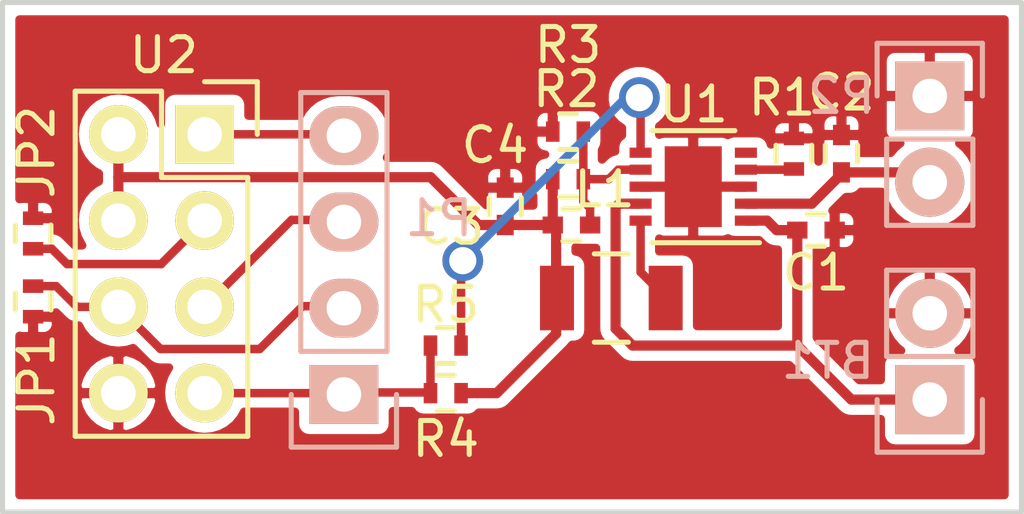
<source format=kicad_pcb>
(kicad_pcb (version 4) (host pcbnew no-vcs-found-MacPorts)

  (general
    (links 37)
    (no_connects 0)
    (area 79.924999 49.924999 110.075001 65.075001)
    (thickness 1.6)
    (drawings 4)
    (tracks 79)
    (zones 0)
    (modules 17)
    (nets 14)
  )

  (page A4)
  (layers
    (0 F.Cu signal)
    (31 B.Cu signal)
    (32 B.Adhes user)
    (33 F.Adhes user)
    (34 B.Paste user)
    (35 F.Paste user)
    (36 B.SilkS user)
    (37 F.SilkS user)
    (38 B.Mask user hide)
    (39 F.Mask user hide)
    (40 Dwgs.User user)
    (41 Cmts.User user)
    (42 Eco1.User user)
    (43 Eco2.User user)
    (44 Edge.Cuts user)
    (45 Margin user)
    (46 B.CrtYd user)
    (47 F.CrtYd user)
    (48 B.Fab user)
    (49 F.Fab user hide)
  )

  (setup
    (last_trace_width 0.25)
    (trace_clearance 0.2)
    (zone_clearance 0.3)
    (zone_45_only yes)
    (trace_min 0.2)
    (segment_width 0.2)
    (edge_width 0.15)
    (via_size 1.2)
    (via_drill 0.8)
    (via_min_size 0.4)
    (via_min_drill 0.3)
    (uvia_size 0.3)
    (uvia_drill 0.1)
    (uvias_allowed no)
    (uvia_min_size 0.2)
    (uvia_min_drill 0.1)
    (pcb_text_width 0.3)
    (pcb_text_size 1.5 1.5)
    (mod_edge_width 0.15)
    (mod_text_size 1 1)
    (mod_text_width 0.15)
    (pad_size 1.524 1.524)
    (pad_drill 0.762)
    (pad_to_mask_clearance 0.2)
    (aux_axis_origin 0 0)
    (visible_elements FFFFFF7F)
    (pcbplotparams
      (layerselection 0x00030_80000001)
      (usegerberextensions false)
      (excludeedgelayer true)
      (linewidth 0.100000)
      (plotframeref false)
      (viasonmask false)
      (mode 1)
      (useauxorigin false)
      (hpglpennumber 1)
      (hpglpenspeed 20)
      (hpglpendiameter 15)
      (hpglpenoverlay 2)
      (psnegative false)
      (psa4output false)
      (plotreference true)
      (plotvalue true)
      (plotinvisibletext false)
      (padsonsilk false)
      (subtractmaskfromsilk false)
      (outputformat 1)
      (mirror false)
      (drillshape 1)
      (scaleselection 1)
      (outputdirectory ""))
  )

  (net 0 "")
  (net 1 GND)
  (net 2 +3V3)
  (net 3 /ESP_TX)
  (net 4 /ESP_RX)
  (net 5 +BATT)
  (net 6 +5V)
  (net 7 "Net-(L1-Pad2)")
  (net 8 "Net-(R1-Pad1)")
  (net 9 "Net-(C3-Pad2)")
  (net 10 /~CHRG)
  (net 11 "Net-(R5-Pad2)")
  (net 12 "Net-(JP1-Pad1)")
  (net 13 "Net-(JP2-Pad1)")

  (net_class Default "This is the default net class."
    (clearance 0.2)
    (trace_width 0.25)
    (via_dia 1.2)
    (via_drill 0.8)
    (uvia_dia 0.3)
    (uvia_drill 0.1)
    (add_net /ESP_RX)
    (add_net /ESP_TX)
    (add_net /~CHRG)
    (add_net "Net-(C3-Pad2)")
    (add_net "Net-(JP1-Pad1)")
    (add_net "Net-(JP2-Pad1)")
    (add_net "Net-(L1-Pad2)")
    (add_net "Net-(R1-Pad1)")
    (add_net "Net-(R5-Pad2)")
  )

  (net_class Power ""
    (clearance 0.2)
    (trace_width 0.3)
    (via_dia 1.2)
    (via_drill 0.8)
    (uvia_dia 0.3)
    (uvia_drill 0.1)
    (add_net +3V3)
    (add_net +5V)
    (add_net +BATT)
    (add_net GND)
  )

  (module Pin_Headers:Pin_Header_Straight_1x02 (layer B.Cu) (tedit 54EA090C) (tstamp 56409934)
    (at 107.3 52.75 180)
    (descr "Through hole pin header")
    (tags "pin header")
    (path /563DE066)
    (fp_text reference P2 (at 2.6 0 180) (layer B.SilkS)
      (effects (font (size 1 1) (thickness 0.15)) (justify mirror))
    )
    (fp_text value PWR (at 3.35 1.4 180) (layer B.Fab)
      (effects (font (size 1 1) (thickness 0.15)) (justify mirror))
    )
    (fp_line (start 1.27 -1.27) (end 1.27 -3.81) (layer B.SilkS) (width 0.15))
    (fp_line (start 1.55 1.55) (end 1.55 0) (layer B.SilkS) (width 0.15))
    (fp_line (start -1.75 1.75) (end -1.75 -4.3) (layer B.CrtYd) (width 0.05))
    (fp_line (start 1.75 1.75) (end 1.75 -4.3) (layer B.CrtYd) (width 0.05))
    (fp_line (start -1.75 1.75) (end 1.75 1.75) (layer B.CrtYd) (width 0.05))
    (fp_line (start -1.75 -4.3) (end 1.75 -4.3) (layer B.CrtYd) (width 0.05))
    (fp_line (start 1.27 -1.27) (end -1.27 -1.27) (layer B.SilkS) (width 0.15))
    (fp_line (start -1.55 0) (end -1.55 1.55) (layer B.SilkS) (width 0.15))
    (fp_line (start -1.55 1.55) (end 1.55 1.55) (layer B.SilkS) (width 0.15))
    (fp_line (start -1.27 -1.27) (end -1.27 -3.81) (layer B.SilkS) (width 0.15))
    (fp_line (start -1.27 -3.81) (end 1.27 -3.81) (layer B.SilkS) (width 0.15))
    (pad 1 thru_hole rect (at 0 0 180) (size 2.032 2.032) (drill 1.016) (layers *.Cu *.Mask B.SilkS)
      (net 1 GND))
    (pad 2 thru_hole oval (at 0 -2.54 180) (size 2.032 2.032) (drill 1.016) (layers *.Cu *.Mask B.SilkS)
      (net 6 +5V))
    (model Pin_Headers.3dshapes/Pin_Header_Straight_1x02.wrl
      (at (xyz 0 -0.05 0))
      (scale (xyz 1 1 1))
      (rotate (xyz 0 0 90))
    )
  )

  (module Pin_Headers:Pin_Header_Straight_1x02 (layer B.Cu) (tedit 54EA090C) (tstamp 563DE74B)
    (at 107.3 61.69)
    (descr "Through hole pin header")
    (tags "pin header")
    (path /56005FCE)
    (fp_text reference BT1 (at -3 -1.14) (layer B.SilkS)
      (effects (font (size 1 1) (thickness 0.15)) (justify mirror))
    )
    (fp_text value Battery (at -4.3 0.26) (layer B.Fab)
      (effects (font (size 1 1) (thickness 0.15)) (justify mirror))
    )
    (fp_line (start 1.27 -1.27) (end 1.27 -3.81) (layer B.SilkS) (width 0.15))
    (fp_line (start 1.55 1.55) (end 1.55 0) (layer B.SilkS) (width 0.15))
    (fp_line (start -1.75 1.75) (end -1.75 -4.3) (layer B.CrtYd) (width 0.05))
    (fp_line (start 1.75 1.75) (end 1.75 -4.3) (layer B.CrtYd) (width 0.05))
    (fp_line (start -1.75 1.75) (end 1.75 1.75) (layer B.CrtYd) (width 0.05))
    (fp_line (start -1.75 -4.3) (end 1.75 -4.3) (layer B.CrtYd) (width 0.05))
    (fp_line (start 1.27 -1.27) (end -1.27 -1.27) (layer B.SilkS) (width 0.15))
    (fp_line (start -1.55 0) (end -1.55 1.55) (layer B.SilkS) (width 0.15))
    (fp_line (start -1.55 1.55) (end 1.55 1.55) (layer B.SilkS) (width 0.15))
    (fp_line (start -1.27 -1.27) (end -1.27 -3.81) (layer B.SilkS) (width 0.15))
    (fp_line (start -1.27 -3.81) (end 1.27 -3.81) (layer B.SilkS) (width 0.15))
    (pad 1 thru_hole rect (at 0 0) (size 2.032 2.032) (drill 1.016) (layers *.Cu *.Mask B.SilkS)
      (net 5 +BATT))
    (pad 2 thru_hole oval (at 0 -2.54) (size 2.032 2.032) (drill 1.016) (layers *.Cu *.Mask B.SilkS)
      (net 1 GND))
    (model Pin_Headers.3dshapes/Pin_Header_Straight_1x02.wrl
      (at (xyz 0 -0.05 0))
      (scale (xyz 1 1 1))
      (rotate (xyz 0 0 90))
    )
  )

  (module Socket_Strips:Socket_Strip_Straight_2x04 (layer F.Cu) (tedit 0) (tstamp 56409939)
    (at 85.95 53.88 270)
    (descr "Through hole socket strip")
    (tags "socket strip")
    (path /5600A046)
    (fp_text reference U2 (at -2.33 1.2 360) (layer F.SilkS)
      (effects (font (size 1 1) (thickness 0.15)))
    )
    (fp_text value ESP8266 (at 10.12 1.15 360) (layer F.Fab)
      (effects (font (size 1 1) (thickness 0.15)))
    )
    (fp_line (start -1.75 -1.75) (end -1.75 4.3) (layer F.CrtYd) (width 0.05))
    (fp_line (start 9.4 -1.75) (end 9.4 4.3) (layer F.CrtYd) (width 0.05))
    (fp_line (start -1.75 -1.75) (end 9.4 -1.75) (layer F.CrtYd) (width 0.05))
    (fp_line (start -1.75 4.3) (end 9.4 4.3) (layer F.CrtYd) (width 0.05))
    (fp_line (start 1.27 -1.27) (end 8.89 -1.27) (layer F.SilkS) (width 0.15))
    (fp_line (start 8.89 -1.27) (end 8.89 3.81) (layer F.SilkS) (width 0.15))
    (fp_line (start 8.89 3.81) (end -1.27 3.81) (layer F.SilkS) (width 0.15))
    (fp_line (start -1.27 3.81) (end -1.27 1.27) (layer F.SilkS) (width 0.15))
    (fp_line (start 0 -1.55) (end -1.55 -1.55) (layer F.SilkS) (width 0.15))
    (fp_line (start -1.27 1.27) (end 1.27 1.27) (layer F.SilkS) (width 0.15))
    (fp_line (start 1.27 1.27) (end 1.27 -1.27) (layer F.SilkS) (width 0.15))
    (fp_line (start -1.55 -1.55) (end -1.55 0) (layer F.SilkS) (width 0.15))
    (pad 1 thru_hole rect (at 0 0 270) (size 1.7272 1.7272) (drill 1.016) (layers *.Cu *.Mask F.SilkS)
      (net 3 /ESP_TX))
    (pad 2 thru_hole oval (at 0 2.54 270) (size 1.7272 1.7272) (drill 1.016) (layers *.Cu *.Mask F.SilkS)
      (net 2 +3V3))
    (pad 3 thru_hole oval (at 2.54 0 270) (size 1.7272 1.7272) (drill 1.016) (layers *.Cu *.Mask F.SilkS)
      (net 13 "Net-(JP2-Pad1)"))
    (pad 4 thru_hole oval (at 2.54 2.54 270) (size 1.7272 1.7272) (drill 1.016) (layers *.Cu *.Mask F.SilkS)
      (net 2 +3V3))
    (pad 5 thru_hole oval (at 5.08 0 270) (size 1.7272 1.7272) (drill 1.016) (layers *.Cu *.Mask F.SilkS)
      (net 4 /ESP_RX))
    (pad 6 thru_hole oval (at 5.08 2.54 270) (size 1.7272 1.7272) (drill 1.016) (layers *.Cu *.Mask F.SilkS)
      (net 12 "Net-(JP1-Pad1)"))
    (pad 7 thru_hole oval (at 7.62 0 270) (size 1.7272 1.7272) (drill 1.016) (layers *.Cu *.Mask F.SilkS)
      (net 10 /~CHRG))
    (pad 8 thru_hole oval (at 7.62 2.54 270) (size 1.7272 1.7272) (drill 1.016) (layers *.Cu *.Mask F.SilkS)
      (net 1 GND))
    (model Socket_Strips.3dshapes/Socket_Strip_Straight_2x04.wrl
      (at (xyz 0.15 -0.05 0))
      (scale (xyz 1 1 1))
      (rotate (xyz 0 0 180))
    )
  )

  (module Housings_DFN_QFN:DFN-10-1EP_3x3mm_Pitch0.5mm (layer F.Cu) (tedit 563E1195) (tstamp 563DBFED)
    (at 100.33608 55.4216 180)
    (descr "10-Lead Plastic Dual Flat, No Lead Package (MF) - 3x3x0.9 mm Body [DFN] (see Microchip Packaging Specification 00000049BS.pdf)")
    (tags "DFN 0.5")
    (path /56006EC9)
    (attr smd)
    (fp_text reference U1 (at -0.01392 2.4216 180) (layer F.SilkS)
      (effects (font (size 1 1) (thickness 0.15)))
    )
    (fp_text value LTC4080 (at 0.98608 4.0216 180) (layer F.Fab)
      (effects (font (size 1 1) (thickness 0.15)))
    )
    (fp_line (start -2.15 -1.85) (end -2.15 1.85) (layer F.CrtYd) (width 0.05))
    (fp_line (start 2.15 -1.85) (end 2.15 1.85) (layer F.CrtYd) (width 0.05))
    (fp_line (start -2.15 -1.85) (end 2.15 -1.85) (layer F.CrtYd) (width 0.05))
    (fp_line (start -2.15 1.85) (end 2.15 1.85) (layer F.CrtYd) (width 0.05))
    (fp_line (start -1.225 1.65) (end 1.225 1.65) (layer F.SilkS) (width 0.15))
    (fp_line (start -1.95 -1.65) (end 1.225 -1.65) (layer F.SilkS) (width 0.15))
    (pad 1 smd rect (at -1.55 -1 180) (size 0.65 0.3) (layers F.Cu F.Paste F.Mask)
      (net 5 +BATT))
    (pad 2 smd rect (at -1.55 -0.5 180) (size 0.65 0.3) (layers F.Cu F.Paste F.Mask)
      (net 6 +5V))
    (pad 3 smd rect (at -1.55 0 180) (size 0.65 0.3) (layers F.Cu F.Paste F.Mask)
      (net 1 GND))
    (pad 4 smd rect (at -1.55 0.5 180) (size 0.65 0.3) (layers F.Cu F.Paste F.Mask)
      (net 8 "Net-(R1-Pad1)"))
    (pad 5 smd rect (at -1.55 1 180) (size 0.65 0.3) (layers F.Cu F.Paste F.Mask))
    (pad 6 smd rect (at 1.55 1 180) (size 0.65 0.3) (layers F.Cu F.Paste F.Mask)
      (net 11 "Net-(R5-Pad2)"))
    (pad 7 smd rect (at 1.55 0.5 180) (size 0.65 0.3) (layers F.Cu F.Paste F.Mask)
      (net 9 "Net-(C3-Pad2)"))
    (pad 8 smd rect (at 1.55 0 180) (size 0.65 0.3) (layers F.Cu F.Paste F.Mask)
      (net 1 GND))
    (pad 9 smd rect (at 1.55 -0.5 180) (size 0.65 0.3) (layers F.Cu F.Paste F.Mask)
      (net 5 +BATT))
    (pad 10 smd rect (at 1.55 -1 180) (size 0.65 0.3) (layers F.Cu F.Paste F.Mask)
      (net 7 "Net-(L1-Pad2)"))
    (pad 11 smd rect (at 0 0 180) (size 1.68 2.38) (layers F.Cu F.Paste F.Mask)
      (net 1 GND) (solder_paste_margin_ratio -0.2))
    (model Housings_DFN_QFN.3dshapes/DFN-10-1EP_3x3mm_Pitch0.5mm.wrl
      (at (xyz 0 0 0))
      (scale (xyz 1 1 1))
      (rotate (xyz 0 0 0))
    )
  )

  (module Pin_Headers:Pin_Header_Straight_1x04 (layer B.Cu) (tedit 0) (tstamp 563DBEFE)
    (at 90.05 61.54)
    (descr "Through hole pin header")
    (tags "pin header")
    (path /5600A7AD)
    (fp_text reference P1 (at 2.8 -5.19) (layer B.SilkS)
      (effects (font (size 1 1) (thickness 0.15)) (justify mirror))
    )
    (fp_text value IO (at 2.75 -2.49) (layer B.Fab)
      (effects (font (size 1 1) (thickness 0.15)) (justify mirror))
    )
    (fp_line (start -1.75 1.75) (end -1.75 -9.4) (layer B.CrtYd) (width 0.05))
    (fp_line (start 1.75 1.75) (end 1.75 -9.4) (layer B.CrtYd) (width 0.05))
    (fp_line (start -1.75 1.75) (end 1.75 1.75) (layer B.CrtYd) (width 0.05))
    (fp_line (start -1.75 -9.4) (end 1.75 -9.4) (layer B.CrtYd) (width 0.05))
    (fp_line (start -1.27 -1.27) (end -1.27 -8.89) (layer B.SilkS) (width 0.15))
    (fp_line (start 1.27 -1.27) (end 1.27 -8.89) (layer B.SilkS) (width 0.15))
    (fp_line (start 1.55 1.55) (end 1.55 0) (layer B.SilkS) (width 0.15))
    (fp_line (start -1.27 -8.89) (end 1.27 -8.89) (layer B.SilkS) (width 0.15))
    (fp_line (start 1.27 -1.27) (end -1.27 -1.27) (layer B.SilkS) (width 0.15))
    (fp_line (start -1.55 0) (end -1.55 1.55) (layer B.SilkS) (width 0.15))
    (fp_line (start -1.55 1.55) (end 1.55 1.55) (layer B.SilkS) (width 0.15))
    (pad 1 thru_hole rect (at 0 0) (size 2.032 1.7272) (drill 1.016) (layers *.Cu *.Mask B.SilkS)
      (net 10 /~CHRG))
    (pad 2 thru_hole oval (at 0 -2.54) (size 2.032 1.7272) (drill 1.016) (layers *.Cu *.Mask B.SilkS)
      (net 12 "Net-(JP1-Pad1)"))
    (pad 3 thru_hole oval (at 0 -5.08) (size 2.032 1.7272) (drill 1.016) (layers *.Cu *.Mask B.SilkS)
      (net 4 /ESP_RX))
    (pad 4 thru_hole oval (at 0 -7.62) (size 2.032 1.7272) (drill 1.016) (layers *.Cu *.Mask B.SilkS)
      (net 3 /ESP_TX))
    (model Pin_Headers.3dshapes/Pin_Header_Straight_1x04.wrl
      (at (xyz 0 -0.15 0))
      (scale (xyz 1 1 1))
      (rotate (xyz 0 0 90))
    )
  )

  (module Resistors_SMD:R_0402 (layer F.Cu) (tedit 5415CBB8) (tstamp 563DBFDB)
    (at 93.05 61.5)
    (descr "Resistor SMD 0402, reflow soldering, Vishay (see dcrcw.pdf)")
    (tags "resistor 0402")
    (path /563DC785)
    (attr smd)
    (fp_text reference R4 (at 0 1.35) (layer F.SilkS)
      (effects (font (size 1 1) (thickness 0.15)))
    )
    (fp_text value 100k (at -0.05 2.6) (layer F.Fab)
      (effects (font (size 1 1) (thickness 0.15)))
    )
    (fp_line (start -0.95 -0.65) (end 0.95 -0.65) (layer F.CrtYd) (width 0.05))
    (fp_line (start -0.95 0.65) (end 0.95 0.65) (layer F.CrtYd) (width 0.05))
    (fp_line (start -0.95 -0.65) (end -0.95 0.65) (layer F.CrtYd) (width 0.05))
    (fp_line (start 0.95 -0.65) (end 0.95 0.65) (layer F.CrtYd) (width 0.05))
    (fp_line (start 0.25 -0.525) (end -0.25 -0.525) (layer F.SilkS) (width 0.15))
    (fp_line (start -0.25 0.525) (end 0.25 0.525) (layer F.SilkS) (width 0.15))
    (pad 1 smd rect (at -0.45 0) (size 0.4 0.6) (layers F.Cu F.Paste F.Mask)
      (net 10 /~CHRG))
    (pad 2 smd rect (at 0.45 0) (size 0.4 0.6) (layers F.Cu F.Paste F.Mask)
      (net 2 +3V3))
    (model Resistors_SMD.3dshapes/R_0402.wrl
      (at (xyz 0 0 0))
      (scale (xyz 1 1 1))
      (rotate (xyz 0 0 0))
    )
  )

  (module Capacitors_SMD:C_0402 (layer F.Cu) (tedit 5415D599) (tstamp 563DBEF6)
    (at 94.8 56 90)
    (descr "Capacitor SMD 0402, reflow soldering, AVX (see smccp.pdf)")
    (tags "capacitor 0402")
    (path /5600631B)
    (attr smd)
    (fp_text reference C4 (at 1.8 -0.3 180) (layer F.SilkS)
      (effects (font (size 1 1) (thickness 0.15)))
    )
    (fp_text value 4.7u (at 2.05 -1.55 180) (layer F.Fab)
      (effects (font (size 1 1) (thickness 0.15)))
    )
    (fp_line (start -1.15 -0.6) (end 1.15 -0.6) (layer F.CrtYd) (width 0.05))
    (fp_line (start -1.15 0.6) (end 1.15 0.6) (layer F.CrtYd) (width 0.05))
    (fp_line (start -1.15 -0.6) (end -1.15 0.6) (layer F.CrtYd) (width 0.05))
    (fp_line (start 1.15 -0.6) (end 1.15 0.6) (layer F.CrtYd) (width 0.05))
    (fp_line (start 0.25 -0.475) (end -0.25 -0.475) (layer F.SilkS) (width 0.15))
    (fp_line (start -0.25 0.475) (end 0.25 0.475) (layer F.SilkS) (width 0.15))
    (pad 1 smd rect (at -0.55 0 90) (size 0.6 0.5) (layers F.Cu F.Paste F.Mask)
      (net 2 +3V3))
    (pad 2 smd rect (at 0.55 0 90) (size 0.6 0.5) (layers F.Cu F.Paste F.Mask)
      (net 1 GND))
    (model Capacitors_SMD.3dshapes/C_0402.wrl
      (at (xyz 0 0 0))
      (scale (xyz 1 1 1))
      (rotate (xyz 0 0 0))
    )
  )

  (module Capacitors_SMD:C_0402 (layer F.Cu) (tedit 5415D599) (tstamp 563DBEE4)
    (at 103.95 56.7)
    (descr "Capacitor SMD 0402, reflow soldering, AVX (see smccp.pdf)")
    (tags "capacitor 0402")
    (path /560060D3)
    (attr smd)
    (fp_text reference C1 (at 0 1.25) (layer F.SilkS)
      (effects (font (size 1 1) (thickness 0.15)))
    )
    (fp_text value 4.7u (at 0 1.55) (layer F.Fab)
      (effects (font (size 1 1) (thickness 0.15)))
    )
    (fp_line (start -1.15 -0.6) (end 1.15 -0.6) (layer F.CrtYd) (width 0.05))
    (fp_line (start -1.15 0.6) (end 1.15 0.6) (layer F.CrtYd) (width 0.05))
    (fp_line (start -1.15 -0.6) (end -1.15 0.6) (layer F.CrtYd) (width 0.05))
    (fp_line (start 1.15 -0.6) (end 1.15 0.6) (layer F.CrtYd) (width 0.05))
    (fp_line (start 0.25 -0.475) (end -0.25 -0.475) (layer F.SilkS) (width 0.15))
    (fp_line (start -0.25 0.475) (end 0.25 0.475) (layer F.SilkS) (width 0.15))
    (pad 1 smd rect (at -0.55 0) (size 0.6 0.5) (layers F.Cu F.Paste F.Mask)
      (net 5 +BATT))
    (pad 2 smd rect (at 0.55 0) (size 0.6 0.5) (layers F.Cu F.Paste F.Mask)
      (net 1 GND))
    (model Capacitors_SMD.3dshapes/C_0402.wrl
      (at (xyz 0 0 0))
      (scale (xyz 1 1 1))
      (rotate (xyz 0 0 0))
    )
  )

  (module Capacitors_SMD:C_0402 (layer F.Cu) (tedit 5415D599) (tstamp 563DBEEA)
    (at 104.7 54.45 90)
    (descr "Capacitor SMD 0402, reflow soldering, AVX (see smccp.pdf)")
    (tags "capacitor 0402")
    (path /5600660E)
    (attr smd)
    (fp_text reference C2 (at 1.8 0 180) (layer F.SilkS)
      (effects (font (size 1 1) (thickness 0.15)))
    )
    (fp_text value 4.7uF (at 4.5 0.05 90) (layer F.Fab)
      (effects (font (size 1 1) (thickness 0.15)))
    )
    (fp_line (start -1.15 -0.6) (end 1.15 -0.6) (layer F.CrtYd) (width 0.05))
    (fp_line (start -1.15 0.6) (end 1.15 0.6) (layer F.CrtYd) (width 0.05))
    (fp_line (start -1.15 -0.6) (end -1.15 0.6) (layer F.CrtYd) (width 0.05))
    (fp_line (start 1.15 -0.6) (end 1.15 0.6) (layer F.CrtYd) (width 0.05))
    (fp_line (start 0.25 -0.475) (end -0.25 -0.475) (layer F.SilkS) (width 0.15))
    (fp_line (start -0.25 0.475) (end 0.25 0.475) (layer F.SilkS) (width 0.15))
    (pad 1 smd rect (at -0.55 0 90) (size 0.6 0.5) (layers F.Cu F.Paste F.Mask)
      (net 6 +5V))
    (pad 2 smd rect (at 0.55 0 90) (size 0.6 0.5) (layers F.Cu F.Paste F.Mask)
      (net 1 GND))
    (model Capacitors_SMD.3dshapes/C_0402.wrl
      (at (xyz 0 0 0))
      (scale (xyz 1 1 1))
      (rotate (xyz 0 0 0))
    )
  )

  (module Capacitors_SMD:C_0402 (layer F.Cu) (tedit 5415D599) (tstamp 563DBEF0)
    (at 96.75 56.55)
    (descr "Capacitor SMD 0402, reflow soldering, AVX (see smccp.pdf)")
    (tags "capacitor 0402")
    (path /56006281)
    (attr smd)
    (fp_text reference C3 (at -3.55 0.05) (layer F.SilkS)
      (effects (font (size 1 1) (thickness 0.15)))
    )
    (fp_text value 10p (at 0 1.3) (layer F.Fab)
      (effects (font (size 1 1) (thickness 0.15)))
    )
    (fp_line (start -1.15 -0.6) (end 1.15 -0.6) (layer F.CrtYd) (width 0.05))
    (fp_line (start -1.15 0.6) (end 1.15 0.6) (layer F.CrtYd) (width 0.05))
    (fp_line (start -1.15 -0.6) (end -1.15 0.6) (layer F.CrtYd) (width 0.05))
    (fp_line (start 1.15 -0.6) (end 1.15 0.6) (layer F.CrtYd) (width 0.05))
    (fp_line (start 0.25 -0.475) (end -0.25 -0.475) (layer F.SilkS) (width 0.15))
    (fp_line (start -0.25 0.475) (end 0.25 0.475) (layer F.SilkS) (width 0.15))
    (pad 1 smd rect (at -0.55 0) (size 0.6 0.5) (layers F.Cu F.Paste F.Mask)
      (net 2 +3V3))
    (pad 2 smd rect (at 0.55 0) (size 0.6 0.5) (layers F.Cu F.Paste F.Mask)
      (net 9 "Net-(C3-Pad2)"))
    (model Capacitors_SMD.3dshapes/C_0402.wrl
      (at (xyz 0 0 0))
      (scale (xyz 1 1 1))
      (rotate (xyz 0 0 0))
    )
  )

  (module Resistors_SMD:R_0402 (layer F.Cu) (tedit 5415CBB8) (tstamp 563DBF04)
    (at 103.3 54.45 90)
    (descr "Resistor SMD 0402, reflow soldering, Vishay (see dcrcw.pdf)")
    (tags "resistor 0402")
    (path /560062F4)
    (attr smd)
    (fp_text reference R1 (at 1.65 -0.35 180) (layer F.SilkS)
      (effects (font (size 1 1) (thickness 0.15)))
    )
    (fp_text value 8k2 (at 2.55 0 90) (layer F.Fab)
      (effects (font (size 1 1) (thickness 0.15)))
    )
    (fp_line (start -0.95 -0.65) (end 0.95 -0.65) (layer F.CrtYd) (width 0.05))
    (fp_line (start -0.95 0.65) (end 0.95 0.65) (layer F.CrtYd) (width 0.05))
    (fp_line (start -0.95 -0.65) (end -0.95 0.65) (layer F.CrtYd) (width 0.05))
    (fp_line (start 0.95 -0.65) (end 0.95 0.65) (layer F.CrtYd) (width 0.05))
    (fp_line (start 0.25 -0.525) (end -0.25 -0.525) (layer F.SilkS) (width 0.15))
    (fp_line (start -0.25 0.525) (end 0.25 0.525) (layer F.SilkS) (width 0.15))
    (pad 1 smd rect (at -0.45 0 90) (size 0.4 0.6) (layers F.Cu F.Paste F.Mask)
      (net 8 "Net-(R1-Pad1)"))
    (pad 2 smd rect (at 0.45 0 90) (size 0.4 0.6) (layers F.Cu F.Paste F.Mask)
      (net 1 GND))
    (model Resistors_SMD.3dshapes/R_0402.wrl
      (at (xyz 0 0 0))
      (scale (xyz 1 1 1))
      (rotate (xyz 0 0 0))
    )
  )

  (module Resistors_SMD:R_0402 (layer F.Cu) (tedit 5415CBB8) (tstamp 563DBF0A)
    (at 96.65 55.2)
    (descr "Resistor SMD 0402, reflow soldering, Vishay (see dcrcw.pdf)")
    (tags "resistor 0402")
    (path /560062A2)
    (attr smd)
    (fp_text reference R2 (at -0.05 -2.65) (layer F.SilkS)
      (effects (font (size 1 1) (thickness 0.15)))
    )
    (fp_text value 680k (at -2.75 -3.95) (layer F.Fab)
      (effects (font (size 1 1) (thickness 0.15)))
    )
    (fp_line (start -0.95 -0.65) (end 0.95 -0.65) (layer F.CrtYd) (width 0.05))
    (fp_line (start -0.95 0.65) (end 0.95 0.65) (layer F.CrtYd) (width 0.05))
    (fp_line (start -0.95 -0.65) (end -0.95 0.65) (layer F.CrtYd) (width 0.05))
    (fp_line (start 0.95 -0.65) (end 0.95 0.65) (layer F.CrtYd) (width 0.05))
    (fp_line (start 0.25 -0.525) (end -0.25 -0.525) (layer F.SilkS) (width 0.15))
    (fp_line (start -0.25 0.525) (end 0.25 0.525) (layer F.SilkS) (width 0.15))
    (pad 1 smd rect (at -0.45 0) (size 0.4 0.6) (layers F.Cu F.Paste F.Mask)
      (net 2 +3V3))
    (pad 2 smd rect (at 0.45 0) (size 0.4 0.6) (layers F.Cu F.Paste F.Mask)
      (net 9 "Net-(C3-Pad2)"))
    (model Resistors_SMD.3dshapes/R_0402.wrl
      (at (xyz 0 0 0))
      (scale (xyz 1 1 1))
      (rotate (xyz 0 0 0))
    )
  )

  (module Resistors_SMD:R_0402 (layer F.Cu) (tedit 5415CBB8) (tstamp 563DBF10)
    (at 96.65 53.8 180)
    (descr "Resistor SMD 0402, reflow soldering, Vishay (see dcrcw.pdf)")
    (tags "resistor 0402")
    (path /560062C8)
    (attr smd)
    (fp_text reference R3 (at 0 2.55 180) (layer F.SilkS)
      (effects (font (size 1 1) (thickness 0.15)))
    )
    (fp_text value 220k (at 2.7 1.3 180) (layer F.Fab)
      (effects (font (size 1 1) (thickness 0.15)))
    )
    (fp_line (start -0.95 -0.65) (end 0.95 -0.65) (layer F.CrtYd) (width 0.05))
    (fp_line (start -0.95 0.65) (end 0.95 0.65) (layer F.CrtYd) (width 0.05))
    (fp_line (start -0.95 -0.65) (end -0.95 0.65) (layer F.CrtYd) (width 0.05))
    (fp_line (start 0.95 -0.65) (end 0.95 0.65) (layer F.CrtYd) (width 0.05))
    (fp_line (start 0.25 -0.525) (end -0.25 -0.525) (layer F.SilkS) (width 0.15))
    (fp_line (start -0.25 0.525) (end 0.25 0.525) (layer F.SilkS) (width 0.15))
    (pad 1 smd rect (at -0.45 0 180) (size 0.4 0.6) (layers F.Cu F.Paste F.Mask)
      (net 9 "Net-(C3-Pad2)"))
    (pad 2 smd rect (at 0.45 0 180) (size 0.4 0.6) (layers F.Cu F.Paste F.Mask)
      (net 1 GND))
    (model Resistors_SMD.3dshapes/R_0402.wrl
      (at (xyz 0 0 0))
      (scale (xyz 1 1 1))
      (rotate (xyz 0 0 0))
    )
  )

  (module Resistors_SMD:R_0402 (layer F.Cu) (tedit 5415CBB8) (tstamp 563DD60B)
    (at 93.05 60.1)
    (descr "Resistor SMD 0402, reflow soldering, Vishay (see dcrcw.pdf)")
    (tags "resistor 0402")
    (path /563DD6B8)
    (attr smd)
    (fp_text reference R5 (at 0 -1.2 180) (layer F.SilkS)
      (effects (font (size 1 1) (thickness 0.15)))
    )
    (fp_text value 0 (at -0.65 -2.4) (layer F.Fab)
      (effects (font (size 1 1) (thickness 0.15)))
    )
    (fp_line (start -0.95 -0.65) (end 0.95 -0.65) (layer F.CrtYd) (width 0.05))
    (fp_line (start -0.95 0.65) (end 0.95 0.65) (layer F.CrtYd) (width 0.05))
    (fp_line (start -0.95 -0.65) (end -0.95 0.65) (layer F.CrtYd) (width 0.05))
    (fp_line (start 0.95 -0.65) (end 0.95 0.65) (layer F.CrtYd) (width 0.05))
    (fp_line (start 0.25 -0.525) (end -0.25 -0.525) (layer F.SilkS) (width 0.15))
    (fp_line (start -0.25 0.525) (end 0.25 0.525) (layer F.SilkS) (width 0.15))
    (pad 1 smd rect (at -0.45 0) (size 0.4 0.6) (layers F.Cu F.Paste F.Mask)
      (net 10 /~CHRG))
    (pad 2 smd rect (at 0.45 0) (size 0.4 0.6) (layers F.Cu F.Paste F.Mask)
      (net 11 "Net-(R5-Pad2)"))
    (model Resistors_SMD.3dshapes/R_0402.wrl
      (at (xyz 0 0 0))
      (scale (xyz 1 1 1))
      (rotate (xyz 0 0 0))
    )
  )

  (module Resistors_SMD:R_0402 (layer F.Cu) (tedit 5415CBB8) (tstamp 563DD6F5)
    (at 80.9 58.8 270)
    (descr "Resistor SMD 0402, reflow soldering, Vishay (see dcrcw.pdf)")
    (tags "resistor 0402")
    (path /56009597)
    (attr smd)
    (fp_text reference JP1 (at 2.3 -0.1 270) (layer F.SilkS)
      (effects (font (size 1 1) (thickness 0.15)))
    )
    (fp_text value JUMPER (at 2.15 1.7 270) (layer F.Fab)
      (effects (font (size 1 1) (thickness 0.15)))
    )
    (fp_line (start -0.95 -0.65) (end 0.95 -0.65) (layer F.CrtYd) (width 0.05))
    (fp_line (start -0.95 0.65) (end 0.95 0.65) (layer F.CrtYd) (width 0.05))
    (fp_line (start -0.95 -0.65) (end -0.95 0.65) (layer F.CrtYd) (width 0.05))
    (fp_line (start 0.95 -0.65) (end 0.95 0.65) (layer F.CrtYd) (width 0.05))
    (fp_line (start 0.25 -0.525) (end -0.25 -0.525) (layer F.SilkS) (width 0.15))
    (fp_line (start -0.25 0.525) (end 0.25 0.525) (layer F.SilkS) (width 0.15))
    (pad 1 smd rect (at -0.45 0 270) (size 0.4 0.6) (layers F.Cu F.Paste F.Mask)
      (net 12 "Net-(JP1-Pad1)"))
    (pad 2 smd rect (at 0.45 0 270) (size 0.4 0.6) (layers F.Cu F.Paste F.Mask)
      (net 1 GND))
    (model Resistors_SMD.3dshapes/R_0402.wrl
      (at (xyz 0 0 0))
      (scale (xyz 1 1 1))
      (rotate (xyz 0 0 0))
    )
  )

  (module Resistors_SMD:R_0402 (layer F.Cu) (tedit 5415CBB8) (tstamp 563DD6FA)
    (at 80.9 56.8 90)
    (descr "Resistor SMD 0402, reflow soldering, Vishay (see dcrcw.pdf)")
    (tags "resistor 0402")
    (path /56009437)
    (attr smd)
    (fp_text reference JP2 (at 2.4 0.1 90) (layer F.SilkS)
      (effects (font (size 1 1) (thickness 0.15)))
    )
    (fp_text value JUMPER (at 2.3 -1.65 90) (layer F.Fab)
      (effects (font (size 1 1) (thickness 0.15)))
    )
    (fp_line (start -0.95 -0.65) (end 0.95 -0.65) (layer F.CrtYd) (width 0.05))
    (fp_line (start -0.95 0.65) (end 0.95 0.65) (layer F.CrtYd) (width 0.05))
    (fp_line (start -0.95 -0.65) (end -0.95 0.65) (layer F.CrtYd) (width 0.05))
    (fp_line (start 0.95 -0.65) (end 0.95 0.65) (layer F.CrtYd) (width 0.05))
    (fp_line (start 0.25 -0.525) (end -0.25 -0.525) (layer F.SilkS) (width 0.15))
    (fp_line (start -0.25 0.525) (end 0.25 0.525) (layer F.SilkS) (width 0.15))
    (pad 1 smd rect (at -0.45 0 90) (size 0.4 0.6) (layers F.Cu F.Paste F.Mask)
      (net 13 "Net-(JP2-Pad1)"))
    (pad 2 smd rect (at 0.45 0 90) (size 0.4 0.6) (layers F.Cu F.Paste F.Mask)
      (net 1 GND))
    (model Resistors_SMD.3dshapes/R_0402.wrl
      (at (xyz 0 0 0))
      (scale (xyz 1 1 1))
      (rotate (xyz 0 0 0))
    )
  )

  (module Inductors_NEOSID:Neosid_Inductor_SM-NE30_SMD1210 (layer F.Cu) (tedit 0) (tstamp 5640E8DF)
    (at 97.9244 58.7)
    (descr "Neosid, Inductor, SM-NE30, SMD1210, Festinduktivitaet, SMD,")
    (tags "Neosid, Inductor, SM-NE30, SMD1210, Festinduktivitaet, SMD,")
    (path /560064B0)
    (attr smd)
    (fp_text reference L1 (at -0.20066 -3.2004) (layer F.SilkS)
      (effects (font (size 1 1) (thickness 0.15)))
    )
    (fp_text value INDUCTOR (at 0 3.2004) (layer F.Fab)
      (effects (font (size 1 1) (thickness 0.15)))
    )
    (fp_line (start 0.50038 1.30048) (end -0.50038 1.30048) (layer F.SilkS) (width 0.15))
    (fp_line (start 0.50038 -1.30048) (end -0.50038 -1.30048) (layer F.SilkS) (width 0.15))
    (pad 2 smd rect (at 1.6002 0) (size 1.00076 1.89992) (layers F.Cu F.Paste F.Mask)
      (net 7 "Net-(L1-Pad2)"))
    (pad 1 smd rect (at -1.6002 0) (size 1.00076 1.89992) (layers F.Cu F.Paste F.Mask)
      (net 2 +3V3))
  )

  (gr_line (start 110 50) (end 80 50) (layer Edge.Cuts) (width 0.15))
  (gr_line (start 110 65) (end 110 50) (layer Edge.Cuts) (width 0.15))
  (gr_line (start 80 65) (end 110 65) (layer Edge.Cuts) (width 0.15))
  (gr_line (start 80 50) (end 80 65) (layer Edge.Cuts) (width 0.15))

  (segment (start 101.88608 55.4216) (end 100.33608 55.4216) (width 0.3) (layer F.Cu) (net 1))
  (segment (start 98.78608 55.4216) (end 100.33608 55.4216) (width 0.3) (layer F.Cu) (net 1))
  (segment (start 83.5 61.42) (end 83.83 61.42) (width 0.25) (layer F.Cu) (net 1))
  (segment (start 93.5 61.5) (end 94.55 61.5) (width 0.3) (layer F.Cu) (net 2))
  (segment (start 94.55 61.5) (end 96.2988 59.7512) (width 0.3) (layer F.Cu) (net 2))
  (segment (start 96.2988 59.7512) (end 96.2988 58.7) (width 0.3) (layer F.Cu) (net 2))
  (segment (start 96.2988 58.7) (end 96.2988 56.6488) (width 0.3) (layer F.Cu) (net 2))
  (segment (start 96.2988 56.6488) (end 96.2 56.55) (width 0.3) (layer F.Cu) (net 2))
  (segment (start 94.8 56.55) (end 94.012002 56.55) (width 0.3) (layer F.Cu) (net 2))
  (segment (start 87.045431 55.141771) (end 83.41 55.141771) (width 0.3) (layer F.Cu) (net 2))
  (segment (start 94.012002 56.55) (end 92.603773 55.141771) (width 0.3) (layer F.Cu) (net 2))
  (segment (start 92.603773 55.141771) (end 87.045431 55.141771) (width 0.3) (layer F.Cu) (net 2))
  (segment (start 83.41 56.42) (end 83.41 55.141771) (width 0.3) (layer F.Cu) (net 2))
  (segment (start 83.41 55.141771) (end 83.41 53.88) (width 0.3) (layer F.Cu) (net 2))
  (segment (start 96.2 56.55) (end 96.2 55.2) (width 0.3) (layer F.Cu) (net 2))
  (segment (start 94.8 56.55) (end 96.2 56.55) (width 0.3) (layer F.Cu) (net 2))
  (segment (start 94.79752 56.55248) (end 94.8 56.55) (width 0.3) (layer F.Cu) (net 2))
  (segment (start 85.95 53.88) (end 90.08 53.88) (width 0.25) (layer F.Cu) (net 3))
  (segment (start 90.08 53.88) (end 90.1 53.86) (width 0.25) (layer F.Cu) (net 3))
  (segment (start 90.1 53.86) (end 90.1 53.85) (width 0.25) (layer F.Cu) (net 3))
  (segment (start 90.1 56.4) (end 88.51 56.4) (width 0.25) (layer F.Cu) (net 4))
  (segment (start 88.51 56.4) (end 85.95 58.96) (width 0.25) (layer F.Cu) (net 4))
  (segment (start 103.4 56.7) (end 103.4 60.1) (width 0.3) (layer F.Cu) (net 5))
  (segment (start 103.4 60.1) (end 104.99 61.69) (width 0.3) (layer F.Cu) (net 5))
  (segment (start 104.99 61.69) (end 107.3 61.69) (width 0.3) (layer F.Cu) (net 5))
  (segment (start 98.78608 55.9216) (end 98.16108 55.9216) (width 0.3) (layer F.Cu) (net 5))
  (segment (start 98.16108 55.9216) (end 98.05 56.03268) (width 0.3) (layer F.Cu) (net 5))
  (segment (start 98.05 56.03268) (end 98.05 59.6) (width 0.3) (layer F.Cu) (net 5))
  (segment (start 98.05 59.6) (end 98.55 60.1) (width 0.3) (layer F.Cu) (net 5))
  (segment (start 98.55 60.1) (end 103.4 60.1) (width 0.3) (layer F.Cu) (net 5))
  (segment (start 101.88608 56.4216) (end 102.51108 56.4216) (width 0.3) (layer F.Cu) (net 5))
  (segment (start 102.51108 56.4216) (end 102.78948 56.7) (width 0.3) (layer F.Cu) (net 5))
  (segment (start 102.78948 56.7) (end 103.4 56.7) (width 0.3) (layer F.Cu) (net 5))
  (segment (start 104.7 55) (end 107 55) (width 0.3) (layer F.Cu) (net 6))
  (segment (start 107 55) (end 107.29 55.29) (width 0.3) (layer F.Cu) (net 6))
  (segment (start 107.29 55.29) (end 107.3 55.29) (width 0.3) (layer F.Cu) (net 6))
  (segment (start 101.88608 55.9216) (end 103.8284 55.9216) (width 0.3) (layer F.Cu) (net 6))
  (segment (start 103.8284 55.9216) (end 104.7 55.05) (width 0.3) (layer F.Cu) (net 6))
  (segment (start 104.7 55.05) (end 104.7 55) (width 0.3) (layer F.Cu) (net 6))
  (segment (start 98.78608 56.4216) (end 98.78608 57.93608) (width 0.25) (layer F.Cu) (net 7))
  (segment (start 98.78608 57.93608) (end 99.55 58.7) (width 0.25) (layer F.Cu) (net 7))
  (segment (start 98.8 56.43552) (end 98.78608 56.4216) (width 0.25) (layer F.Cu) (net 7))
  (segment (start 101.88608 54.9216) (end 103.2784 54.9216) (width 0.25) (layer F.Cu) (net 8))
  (segment (start 103.2784 54.9216) (end 103.3 54.9) (width 0.25) (layer F.Cu) (net 8))
  (segment (start 97.3 56.55) (end 97.3 56.05) (width 0.25) (layer F.Cu) (net 9))
  (segment (start 97.1 55.85) (end 97.1 55.2) (width 0.25) (layer F.Cu) (net 9))
  (segment (start 97.3 56.05) (end 97.1 55.85) (width 0.25) (layer F.Cu) (net 9))
  (segment (start 98.1284 54.9216) (end 97.85 55.2) (width 0.25) (layer F.Cu) (net 9))
  (segment (start 97.85 55.2) (end 97.1 55.2) (width 0.25) (layer F.Cu) (net 9))
  (segment (start 98.78608 54.9216) (end 98.1284 54.9216) (width 0.25) (layer F.Cu) (net 9))
  (segment (start 97.1 53.8) (end 97.1 55.2) (width 0.25) (layer F.Cu) (net 9))
  (segment (start 85.95 61.5) (end 90.08 61.5) (width 0.25) (layer F.Cu) (net 10))
  (segment (start 90.08 61.5) (end 90.1 61.48) (width 0.25) (layer F.Cu) (net 10))
  (segment (start 92.6 60.1) (end 92.6 61.5) (width 0.25) (layer F.Cu) (net 10))
  (segment (start 90.1 61.48) (end 92.58 61.48) (width 0.25) (layer F.Cu) (net 10))
  (segment (start 92.58 61.48) (end 92.6 61.5) (width 0.25) (layer F.Cu) (net 10))
  (segment (start 98.78608 54.4216) (end 98.78608 52.83608) (width 0.25) (layer F.Cu) (net 11))
  (segment (start 98.78608 52.83608) (end 98.75 52.8) (width 0.25) (layer F.Cu) (net 11))
  (segment (start 98.35 52.8) (end 98.75 52.8) (width 0.25) (layer B.Cu) (net 11))
  (segment (start 93.55 57.6) (end 98.35 52.8) (width 0.25) (layer B.Cu) (net 11))
  (via (at 98.75 52.8) (size 1.2) (drill 0.8) (layers F.Cu B.Cu) (net 11))
  (segment (start 93.5 57.65) (end 93.55 57.6) (width 0.25) (layer F.Cu) (net 11))
  (segment (start 93.5 60.1) (end 93.5 57.65) (width 0.25) (layer F.Cu) (net 11))
  (via (at 93.55 57.6) (size 1.2) (drill 0.8) (layers F.Cu B.Cu) (net 11))
  (segment (start 98.8 54.40768) (end 98.78608 54.4216) (width 0.25) (layer F.Cu) (net 11))
  (segment (start 90.1 58.94) (end 88.834 58.94) (width 0.25) (layer F.Cu) (net 12))
  (segment (start 88.834 58.94) (end 87.574 60.2) (width 0.25) (layer F.Cu) (net 12))
  (segment (start 87.574 60.2) (end 84.65 60.2) (width 0.25) (layer F.Cu) (net 12))
  (segment (start 84.65 60.2) (end 84.273599 59.823599) (width 0.25) (layer F.Cu) (net 12))
  (segment (start 84.273599 59.823599) (end 83.41 58.96) (width 0.25) (layer F.Cu) (net 12))
  (segment (start 83.41 58.96) (end 82.188686 58.96) (width 0.25) (layer F.Cu) (net 12))
  (segment (start 82.188686 58.96) (end 81.578686 58.35) (width 0.25) (layer F.Cu) (net 12))
  (segment (start 81.578686 58.35) (end 81.45 58.35) (width 0.25) (layer F.Cu) (net 12))
  (segment (start 81.45 58.35) (end 80.9 58.35) (width 0.25) (layer F.Cu) (net 12))
  (segment (start 80.9 58.35) (end 81 58.35) (width 0.25) (layer F.Cu) (net 12))
  (segment (start 85.95 56.42) (end 84.67 57.7) (width 0.25) (layer F.Cu) (net 13))
  (segment (start 84.67 57.7) (end 81.9 57.7) (width 0.25) (layer F.Cu) (net 13))
  (segment (start 81.9 57.7) (end 81.45 57.25) (width 0.25) (layer F.Cu) (net 13))
  (segment (start 81.45 57.25) (end 80.9 57.25) (width 0.25) (layer F.Cu) (net 13))

  (zone (net 1) (net_name GND) (layer F.Cu) (tstamp 0) (hatch edge 0.508)
    (connect_pads (clearance 0.3))
    (min_thickness 0.25)
    (fill yes (arc_segments 32) (thermal_gap 0.3) (thermal_bridge_width 0.3))
    (polygon
      (pts
        (xy 80 50) (xy 80 65) (xy 110 65) (xy 110 50)
      )
    )
    (filled_polygon
      (pts
        (xy 109.5 64.5) (xy 80.5 64.5) (xy 80.5 61.718413) (xy 82.190808 61.718413) (xy 82.256845 61.952069)
        (xy 82.367197 62.168352) (xy 82.517623 62.358951) (xy 82.702343 62.516541) (xy 82.914258 62.635065) (xy 83.145224 62.70997)
        (xy 83.191587 62.719191) (xy 83.385 62.644577) (xy 83.385 61.525) (xy 83.435 61.525) (xy 83.435 62.644577)
        (xy 83.628413 62.719191) (xy 83.674776 62.70997) (xy 83.905742 62.635065) (xy 84.117657 62.516541) (xy 84.302377 62.358951)
        (xy 84.452803 62.168352) (xy 84.563155 61.952069) (xy 84.629192 61.718413) (xy 84.554599 61.525) (xy 83.435 61.525)
        (xy 83.385 61.525) (xy 82.265401 61.525) (xy 82.190808 61.718413) (xy 80.5 61.718413) (xy 80.5 61.281587)
        (xy 82.190808 61.281587) (xy 82.265401 61.475) (xy 83.385 61.475) (xy 83.385 60.355423) (xy 83.435 60.355423)
        (xy 83.435 61.475) (xy 84.554599 61.475) (xy 84.629192 61.281587) (xy 84.563155 61.047931) (xy 84.452803 60.831648)
        (xy 84.302377 60.641049) (xy 84.117657 60.483459) (xy 83.905742 60.364935) (xy 83.674776 60.29003) (xy 83.628413 60.280809)
        (xy 83.435 60.355423) (xy 83.385 60.355423) (xy 83.191587 60.280809) (xy 83.145224 60.29003) (xy 82.914258 60.364935)
        (xy 82.702343 60.483459) (xy 82.517623 60.641049) (xy 82.367197 60.831648) (xy 82.256845 61.047931) (xy 82.190808 61.281587)
        (xy 80.5 61.281587) (xy 80.5 59.812456) (xy 80.563065 59.825) (xy 80.78125 59.825) (xy 80.875 59.73125)
        (xy 80.875 59.275) (xy 80.925 59.275) (xy 80.925 59.73125) (xy 81.01875 59.825) (xy 81.236935 59.825)
        (xy 81.309384 59.810589) (xy 81.377629 59.782321) (xy 81.439049 59.741281) (xy 81.491282 59.689048) (xy 81.532321 59.627629)
        (xy 81.560589 59.559383) (xy 81.575 59.486934) (xy 81.575 59.36875) (xy 81.48125 59.275) (xy 80.925 59.275)
        (xy 80.875 59.275) (xy 80.855 59.275) (xy 80.855 59.225) (xy 80.875 59.225) (xy 80.875 59.205)
        (xy 80.925 59.205) (xy 80.925 59.225) (xy 81.48125 59.225) (xy 81.575 59.13125) (xy 81.575 59.124132)
        (xy 81.799777 59.348909) (xy 81.839029 59.38115) (xy 81.877954 59.413812) (xy 81.880491 59.415207) (xy 81.882724 59.417041)
        (xy 81.927468 59.441032) (xy 81.972018 59.465524) (xy 81.974777 59.466399) (xy 81.977324 59.467765) (xy 82.025907 59.482619)
        (xy 82.074335 59.497981) (xy 82.077208 59.498303) (xy 82.079974 59.499149) (xy 82.130561 59.504288) (xy 82.181007 59.509946)
        (xy 82.186655 59.509986) (xy 82.186766 59.509997) (xy 82.186869 59.509987) (xy 82.188686 59.51) (xy 82.246661 59.51)
        (xy 82.336698 59.679335) (xy 82.495647 59.874227) (xy 82.689424 60.034533) (xy 82.910647 60.154148) (xy 83.150891 60.228516)
        (xy 83.401004 60.254804) (xy 83.65146 60.23201) (xy 83.846724 60.174541) (xy 83.88462 60.212437) (xy 83.88469 60.212508)
        (xy 84.261091 60.588908) (xy 84.300335 60.621144) (xy 84.339268 60.653812) (xy 84.341802 60.655205) (xy 84.344037 60.657041)
        (xy 84.388803 60.681044) (xy 84.433332 60.705524) (xy 84.43609 60.706399) (xy 84.438638 60.707765) (xy 84.487221 60.722619)
        (xy 84.535649 60.737981) (xy 84.538522 60.738303) (xy 84.541288 60.739149) (xy 84.591875 60.744288) (xy 84.642321 60.749946)
        (xy 84.647969 60.749986) (xy 84.64808 60.749997) (xy 84.648183 60.749987) (xy 84.65 60.75) (xy 84.899974 60.75)
        (xy 84.886759 60.765749) (xy 84.765602 60.986131) (xy 84.689559 61.22585) (xy 84.661526 61.475773) (xy 84.6614 61.493765)
        (xy 84.6614 61.506235) (xy 84.685941 61.756525) (xy 84.75863 61.997282) (xy 84.876698 62.219335) (xy 85.035647 62.414227)
        (xy 85.229424 62.574533) (xy 85.450647 62.694148) (xy 85.690891 62.768516) (xy 85.941004 62.794804) (xy 86.19146 62.77201)
        (xy 86.432718 62.701004) (xy 86.65559 62.584489) (xy 86.851586 62.426904) (xy 87.013241 62.234251) (xy 87.114535 62.05)
        (xy 88.606944 62.05) (xy 88.606944 62.4036) (xy 88.612341 62.47128) (xy 88.64789 62.586072) (xy 88.714012 62.686415)
        (xy 88.805471 62.764365) (xy 88.915025 62.813748) (xy 89.034 62.830656) (xy 91.066 62.830656) (xy 91.13368 62.825259)
        (xy 91.248472 62.78971) (xy 91.348815 62.723588) (xy 91.426765 62.632129) (xy 91.476148 62.522575) (xy 91.493056 62.4036)
        (xy 91.493056 62.03) (xy 92.045209 62.03) (xy 92.080012 62.082815) (xy 92.171471 62.160765) (xy 92.281025 62.210148)
        (xy 92.4 62.227056) (xy 92.8 62.227056) (xy 92.86768 62.221659) (xy 92.982472 62.18611) (xy 93.049435 62.141984)
        (xy 93.071471 62.160765) (xy 93.181025 62.210148) (xy 93.3 62.227056) (xy 93.7 62.227056) (xy 93.76768 62.221659)
        (xy 93.882472 62.18611) (xy 93.982815 62.119988) (xy 94.021158 62.075) (xy 94.55 62.075) (xy 94.602867 62.069816)
        (xy 94.655772 62.065188) (xy 94.658677 62.064344) (xy 94.661685 62.064049) (xy 94.71249 62.04871) (xy 94.763536 62.03388)
        (xy 94.766223 62.032487) (xy 94.769115 62.031614) (xy 94.815969 62.006701) (xy 94.863168 61.982236) (xy 94.865533 61.980348)
        (xy 94.8682 61.97893) (xy 94.909361 61.94536) (xy 94.95087 61.912223) (xy 94.955073 61.908078) (xy 94.955165 61.908003)
        (xy 94.955235 61.907918) (xy 94.956586 61.906586) (xy 96.705387 60.157786) (xy 96.739099 60.116744) (xy 96.772434 60.077016)
        (xy 96.82458 60.077016) (xy 96.89226 60.071619) (xy 97.007052 60.03607) (xy 97.107395 59.969948) (xy 97.185345 59.878489)
        (xy 97.234728 59.768935) (xy 97.251636 59.64996) (xy 97.251636 57.75004) (xy 97.246239 57.68236) (xy 97.21069 57.567568)
        (xy 97.144568 57.467225) (xy 97.053109 57.389275) (xy 96.943555 57.339892) (xy 96.8738 57.329979) (xy 96.8738 57.206891)
        (xy 96.881025 57.210148) (xy 97 57.227056) (xy 97.475 57.227056) (xy 97.475 59.6) (xy 97.480184 59.652867)
        (xy 97.484812 59.705772) (xy 97.485656 59.708677) (xy 97.485951 59.711685) (xy 97.50129 59.76249) (xy 97.51612 59.813536)
        (xy 97.517513 59.816223) (xy 97.518386 59.819115) (xy 97.543299 59.865969) (xy 97.567764 59.913168) (xy 97.569652 59.915533)
        (xy 97.57107 59.9182) (xy 97.60464 59.959361) (xy 97.637777 60.00087) (xy 97.641922 60.005073) (xy 97.641997 60.005165)
        (xy 97.642082 60.005235) (xy 97.643414 60.006586) (xy 98.143414 60.506587) (xy 98.184456 60.540299) (xy 98.225144 60.57444)
        (xy 98.227796 60.575898) (xy 98.230131 60.577816) (xy 98.276918 60.602904) (xy 98.323483 60.628503) (xy 98.326366 60.629418)
        (xy 98.32903 60.630846) (xy 98.37982 60.646374) (xy 98.430451 60.662435) (xy 98.433456 60.662772) (xy 98.436347 60.663656)
        (xy 98.489209 60.669026) (xy 98.541972 60.674944) (xy 98.547877 60.674985) (xy 98.547993 60.674997) (xy 98.548101 60.674987)
        (xy 98.55 60.675) (xy 103.161828 60.675) (xy 104.583414 62.096587) (xy 104.624456 62.130299) (xy 104.665144 62.16444)
        (xy 104.667796 62.165898) (xy 104.670131 62.167816) (xy 104.716918 62.192904) (xy 104.763483 62.218503) (xy 104.766366 62.219418)
        (xy 104.76903 62.220846) (xy 104.81982 62.236374) (xy 104.870451 62.252435) (xy 104.873456 62.252772) (xy 104.876347 62.253656)
        (xy 104.929204 62.259025) (xy 104.981972 62.264944) (xy 104.987878 62.264985) (xy 104.987994 62.264997) (xy 104.988102 62.264987)
        (xy 104.99 62.265) (xy 105.856944 62.265) (xy 105.856944 62.706) (xy 105.862341 62.77368) (xy 105.89789 62.888472)
        (xy 105.964012 62.988815) (xy 106.055471 63.066765) (xy 106.165025 63.116148) (xy 106.284 63.133056) (xy 108.316 63.133056)
        (xy 108.38368 63.127659) (xy 108.498472 63.09211) (xy 108.598815 63.025988) (xy 108.676765 62.934529) (xy 108.726148 62.824975)
        (xy 108.743056 62.706) (xy 108.743056 60.674) (xy 108.737659 60.60632) (xy 108.70211 60.491528) (xy 108.635988 60.391185)
        (xy 108.544529 60.313235) (xy 108.434975 60.263852) (xy 108.316 60.246944) (xy 108.144507 60.246944) (xy 108.262417 60.154308)
        (xy 108.439855 59.947252) (xy 108.573489 59.709558) (xy 108.658184 59.450361) (xy 108.669741 59.392257) (xy 108.597009 59.175)
        (xy 107.325 59.175) (xy 107.325 59.195) (xy 107.275 59.195) (xy 107.275 59.175) (xy 106.002991 59.175)
        (xy 105.930259 59.392257) (xy 105.941816 59.450361) (xy 106.026511 59.709558) (xy 106.160145 59.947252) (xy 106.337583 60.154308)
        (xy 106.455493 60.246944) (xy 106.284 60.246944) (xy 106.21632 60.252341) (xy 106.101528 60.28789) (xy 106.001185 60.354012)
        (xy 105.923235 60.445471) (xy 105.873852 60.555025) (xy 105.856944 60.674) (xy 105.856944 61.115) (xy 105.228173 61.115)
        (xy 103.975 59.861828) (xy 103.975 58.907743) (xy 105.930259 58.907743) (xy 106.002991 59.125) (xy 107.275 59.125)
        (xy 107.275 57.852974) (xy 107.325 57.852974) (xy 107.325 59.125) (xy 108.597009 59.125) (xy 108.669741 58.907743)
        (xy 108.658184 58.849639) (xy 108.573489 58.590442) (xy 108.439855 58.352748) (xy 108.262417 58.145692) (xy 108.047994 57.977231)
        (xy 107.804826 57.853839) (xy 107.542258 57.780258) (xy 107.325 57.852974) (xy 107.275 57.852974) (xy 107.057742 57.780258)
        (xy 106.795174 57.853839) (xy 106.552006 57.977231) (xy 106.337583 58.145692) (xy 106.160145 58.352748) (xy 106.026511 58.590442)
        (xy 105.941816 58.849639) (xy 105.930259 58.907743) (xy 103.975 58.907743) (xy 103.975 57.275138) (xy 103.982815 57.269988)
        (xy 103.990471 57.261006) (xy 104.022371 57.282321) (xy 104.090617 57.310589) (xy 104.163066 57.325) (xy 104.38125 57.325)
        (xy 104.475 57.23125) (xy 104.475 56.725) (xy 104.525 56.725) (xy 104.525 57.23125) (xy 104.61875 57.325)
        (xy 104.836934 57.325) (xy 104.909383 57.310589) (xy 104.977629 57.282321) (xy 105.039048 57.241282) (xy 105.091281 57.189049)
        (xy 105.132321 57.127629) (xy 105.160589 57.059384) (xy 105.175 56.986935) (xy 105.175 56.81875) (xy 105.08125 56.725)
        (xy 104.525 56.725) (xy 104.475 56.725) (xy 104.455 56.725) (xy 104.455 56.675) (xy 104.475 56.675)
        (xy 104.475 56.16875) (xy 104.525 56.16875) (xy 104.525 56.675) (xy 105.08125 56.675) (xy 105.175 56.58125)
        (xy 105.175 56.413065) (xy 105.160589 56.340616) (xy 105.132321 56.272371) (xy 105.091281 56.210951) (xy 105.039048 56.158718)
        (xy 104.977629 56.117679) (xy 104.909383 56.089411) (xy 104.836934 56.075) (xy 104.61875 56.075) (xy 104.525 56.16875)
        (xy 104.475 56.16875) (xy 104.434711 56.128461) (xy 104.836117 55.727056) (xy 104.95 55.727056) (xy 105.01768 55.721659)
        (xy 105.132472 55.68611) (xy 105.232815 55.619988) (xy 105.271158 55.575) (xy 105.881962 55.575) (xy 105.956956 55.829808)
        (xy 106.087251 56.079039) (xy 106.263473 56.298215) (xy 106.478911 56.478989) (xy 106.725358 56.614474) (xy 106.993427 56.699511)
        (xy 107.272908 56.73086) (xy 107.293028 56.731) (xy 107.306972 56.731) (xy 107.586864 56.703556) (xy 107.856094 56.622271)
        (xy 108.104409 56.49024) (xy 108.32235 56.312491) (xy 108.501615 56.095797) (xy 108.635377 55.84841) (xy 108.71854 55.579753)
        (xy 108.747937 55.30006) (xy 108.722448 55.019984) (xy 108.643044 54.750192) (xy 108.512749 54.500961) (xy 108.336527 54.281785)
        (xy 108.168746 54.141) (xy 108.352934 54.141) (xy 108.425383 54.126589) (xy 108.493629 54.098321) (xy 108.555048 54.057282)
        (xy 108.607281 54.005049) (xy 108.648321 53.943629) (xy 108.676589 53.875384) (xy 108.691 53.802935) (xy 108.691 52.86875)
        (xy 108.59725 52.775) (xy 107.325 52.775) (xy 107.325 52.795) (xy 107.275 52.795) (xy 107.275 52.775)
        (xy 106.00275 52.775) (xy 105.909 52.86875) (xy 105.909 53.802935) (xy 105.923411 53.875384) (xy 105.951679 53.943629)
        (xy 105.992719 54.005049) (xy 106.044952 54.057282) (xy 106.106371 54.098321) (xy 106.174617 54.126589) (xy 106.247066 54.141)
        (xy 106.432765 54.141) (xy 106.27765 54.267509) (xy 106.147362 54.425) (xy 105.275138 54.425) (xy 105.269988 54.417185)
        (xy 105.261006 54.409529) (xy 105.282321 54.377629) (xy 105.310589 54.309383) (xy 105.325 54.236934) (xy 105.325 54.01875)
        (xy 105.23125 53.925) (xy 104.725 53.925) (xy 104.725 53.945) (xy 104.675 53.945) (xy 104.675 53.925)
        (xy 104.16875 53.925) (xy 104.075 54.01875) (xy 104.075 54.236934) (xy 104.089411 54.309383) (xy 104.117679 54.377629)
        (xy 104.140327 54.411524) (xy 104.089235 54.471471) (xy 104.039852 54.581025) (xy 104.025578 54.681466) (xy 104.021659 54.63232)
        (xy 103.98611 54.517528) (xy 103.919988 54.417185) (xy 103.911006 54.409529) (xy 103.932321 54.377629) (xy 103.960589 54.309383)
        (xy 103.975 54.236934) (xy 103.975 54.11875) (xy 103.88125 54.025) (xy 103.325 54.025) (xy 103.325 54.045)
        (xy 103.275 54.045) (xy 103.275 54.025) (xy 102.71875 54.025) (xy 102.625 54.11875) (xy 102.625 54.17893)
        (xy 102.59719 54.089128) (xy 102.531068 53.988785) (xy 102.439609 53.910835) (xy 102.330055 53.861452) (xy 102.21108 53.844544)
        (xy 101.56108 53.844544) (xy 101.4934 53.849941) (xy 101.378608 53.88549) (xy 101.355682 53.900597) (xy 101.353709 53.899279)
        (xy 101.285463 53.871011) (xy 101.213014 53.8566) (xy 100.45483 53.8566) (xy 100.36108 53.95035) (xy 100.36108 55.3966)
        (xy 100.38108 55.3966) (xy 100.38108 55.4466) (xy 100.36108 55.4466) (xy 100.36108 56.89285) (xy 100.45483 56.9866)
        (xy 101.213014 56.9866) (xy 101.285463 56.972189) (xy 101.353709 56.943921) (xy 101.355513 56.942716) (xy 101.442105 56.981748)
        (xy 101.56108 56.998656) (xy 102.21108 56.998656) (xy 102.236863 56.9966) (xy 102.272908 56.9966) (xy 102.382894 57.106586)
        (xy 102.423928 57.140292) (xy 102.464624 57.17444) (xy 102.467273 57.175896) (xy 102.46961 57.177816) (xy 102.516419 57.202915)
        (xy 102.562963 57.228503) (xy 102.565846 57.229417) (xy 102.56851 57.230846) (xy 102.6193 57.246374) (xy 102.669931 57.262435)
        (xy 102.672936 57.262772) (xy 102.675827 57.263656) (xy 102.728689 57.269026) (xy 102.781452 57.274944) (xy 102.787357 57.274985)
        (xy 102.787473 57.274997) (xy 102.787581 57.274987) (xy 102.78948 57.275) (xy 102.825 57.275) (xy 102.825 59.525)
        (xy 100.452036 59.525) (xy 100.452036 57.75004) (xy 100.446639 57.68236) (xy 100.41109 57.567568) (xy 100.344968 57.467225)
        (xy 100.253509 57.389275) (xy 100.143955 57.339892) (xy 100.02498 57.322984) (xy 99.33608 57.322984) (xy 99.33608 56.951223)
        (xy 99.386697 56.972189) (xy 99.459146 56.9866) (xy 100.21733 56.9866) (xy 100.31108 56.89285) (xy 100.31108 55.4466)
        (xy 100.29108 55.4466) (xy 100.29108 55.3966) (xy 100.31108 55.3966) (xy 100.31108 53.95035) (xy 100.21733 53.8566)
        (xy 99.459146 53.8566) (xy 99.386697 53.871011) (xy 99.33608 53.891977) (xy 99.33608 53.763066) (xy 102.625 53.763066)
        (xy 102.625 53.88125) (xy 102.71875 53.975) (xy 103.275 53.975) (xy 103.275 53.51875) (xy 103.325 53.51875)
        (xy 103.325 53.975) (xy 103.88125 53.975) (xy 103.975 53.88125) (xy 103.975 53.763066) (xy 103.960589 53.690617)
        (xy 103.932321 53.622371) (xy 103.892695 53.563066) (xy 104.075 53.563066) (xy 104.075 53.78125) (xy 104.16875 53.875)
        (xy 104.675 53.875) (xy 104.675 53.31875) (xy 104.725 53.31875) (xy 104.725 53.875) (xy 105.23125 53.875)
        (xy 105.325 53.78125) (xy 105.325 53.563066) (xy 105.310589 53.490617) (xy 105.282321 53.422371) (xy 105.241282 53.360952)
        (xy 105.189049 53.308719) (xy 105.127629 53.267679) (xy 105.059384 53.239411) (xy 104.986935 53.225) (xy 104.81875 53.225)
        (xy 104.725 53.31875) (xy 104.675 53.31875) (xy 104.58125 53.225) (xy 104.413065 53.225) (xy 104.340616 53.239411)
        (xy 104.272371 53.267679) (xy 104.210951 53.308719) (xy 104.158718 53.360952) (xy 104.117679 53.422371) (xy 104.089411 53.490617)
        (xy 104.075 53.563066) (xy 103.892695 53.563066) (xy 103.891282 53.560952) (xy 103.839049 53.508719) (xy 103.777629 53.467679)
        (xy 103.709384 53.439411) (xy 103.636935 53.425) (xy 103.41875 53.425) (xy 103.325 53.51875) (xy 103.275 53.51875)
        (xy 103.18125 53.425) (xy 102.963065 53.425) (xy 102.890616 53.439411) (xy 102.822371 53.467679) (xy 102.760951 53.508719)
        (xy 102.708718 53.560952) (xy 102.667679 53.622371) (xy 102.639411 53.690617) (xy 102.625 53.763066) (xy 99.33608 53.763066)
        (xy 99.33608 53.642099) (xy 99.384107 53.61162) (xy 99.529675 53.472997) (xy 99.645545 53.30874) (xy 99.727304 53.125106)
        (xy 99.771838 52.929088) (xy 99.775044 52.699494) (xy 99.736001 52.502309) (xy 99.659401 52.316463) (xy 99.548162 52.149035)
        (xy 99.406521 52.006402) (xy 99.239874 51.893997) (xy 99.054567 51.816101) (xy 98.85766 51.775682) (xy 98.656652 51.774279)
        (xy 98.4592 51.811945) (xy 98.272824 51.887246) (xy 98.104623 51.997313) (xy 97.961005 52.137954) (xy 97.847439 52.303813)
        (xy 97.768252 52.488571) (xy 97.726459 52.685191) (xy 97.723652 52.886185) (xy 97.759939 53.083895) (xy 97.833937 53.270793)
        (xy 97.942827 53.439757) (xy 98.082462 53.584354) (xy 98.23608 53.691121) (xy 98.23608 53.913514) (xy 98.178265 53.951612)
        (xy 98.100315 54.043071) (xy 98.050932 54.152625) (xy 98.034024 54.2716) (xy 98.034024 54.380391) (xy 98.027227 54.380986)
        (xy 98.02445 54.381793) (xy 98.021571 54.382075) (xy 97.972924 54.396762) (xy 97.924148 54.410933) (xy 97.921581 54.412264)
        (xy 97.918811 54.4131) (xy 97.873921 54.436968) (xy 97.828848 54.460332) (xy 97.82659 54.462134) (xy 97.824035 54.463493)
        (xy 97.784625 54.495635) (xy 97.744959 54.5273) (xy 97.740934 54.531268) (xy 97.740851 54.531336) (xy 97.740788 54.531413)
        (xy 97.739491 54.532691) (xy 97.65 54.622182) (xy 97.65 54.34116) (xy 97.660765 54.328529) (xy 97.710148 54.218975)
        (xy 97.727056 54.1) (xy 97.727056 53.5) (xy 97.721659 53.43232) (xy 97.68611 53.317528) (xy 97.619988 53.217185)
        (xy 97.528529 53.139235) (xy 97.418975 53.089852) (xy 97.3 53.072944) (xy 96.9 53.072944) (xy 96.83232 53.078341)
        (xy 96.717528 53.11389) (xy 96.617185 53.180012) (xy 96.609529 53.188994) (xy 96.577629 53.167679) (xy 96.509383 53.139411)
        (xy 96.436934 53.125) (xy 96.31875 53.125) (xy 96.225 53.21875) (xy 96.225 53.775) (xy 96.245 53.775)
        (xy 96.245 53.825) (xy 96.225 53.825) (xy 96.225 53.845) (xy 96.175 53.845) (xy 96.175 53.825)
        (xy 95.71875 53.825) (xy 95.625 53.91875) (xy 95.625 54.136935) (xy 95.639411 54.209384) (xy 95.667679 54.277629)
        (xy 95.708719 54.339049) (xy 95.760952 54.391282) (xy 95.822371 54.432321) (xy 95.890617 54.460589) (xy 95.963066 54.475)
        (xy 95.974217 54.475) (xy 95.93232 54.478341) (xy 95.817528 54.51389) (xy 95.717185 54.580012) (xy 95.639235 54.671471)
        (xy 95.589852 54.781025) (xy 95.572944 54.9) (xy 95.572944 55.5) (xy 95.578341 55.56768) (xy 95.61389 55.682472)
        (xy 95.625 55.699332) (xy 95.625 55.974862) (xy 95.624791 55.975) (xy 95.375138 55.975) (xy 95.369988 55.967185)
        (xy 95.361006 55.959529) (xy 95.382321 55.927629) (xy 95.410589 55.859383) (xy 95.425 55.786934) (xy 95.425 55.56875)
        (xy 95.33125 55.475) (xy 94.825 55.475) (xy 94.825 55.495) (xy 94.775 55.495) (xy 94.775 55.475)
        (xy 94.26875 55.475) (xy 94.175 55.56875) (xy 94.175 55.786934) (xy 94.189411 55.859383) (xy 94.217679 55.927629)
        (xy 94.240327 55.961524) (xy 94.238658 55.963483) (xy 93.388241 55.113066) (xy 94.175 55.113066) (xy 94.175 55.33125)
        (xy 94.26875 55.425) (xy 94.775 55.425) (xy 94.775 54.86875) (xy 94.825 54.86875) (xy 94.825 55.425)
        (xy 95.33125 55.425) (xy 95.425 55.33125) (xy 95.425 55.113066) (xy 95.410589 55.040617) (xy 95.382321 54.972371)
        (xy 95.341282 54.910952) (xy 95.289049 54.858719) (xy 95.227629 54.817679) (xy 95.159384 54.789411) (xy 95.086935 54.775)
        (xy 94.91875 54.775) (xy 94.825 54.86875) (xy 94.775 54.86875) (xy 94.68125 54.775) (xy 94.513065 54.775)
        (xy 94.440616 54.789411) (xy 94.372371 54.817679) (xy 94.310951 54.858719) (xy 94.258718 54.910952) (xy 94.217679 54.972371)
        (xy 94.189411 55.040617) (xy 94.175 55.113066) (xy 93.388241 55.113066) (xy 93.010359 54.735185) (xy 92.969325 54.701479)
        (xy 92.928629 54.667331) (xy 92.92598 54.665875) (xy 92.923643 54.663955) (xy 92.876834 54.638856) (xy 92.83029 54.613268)
        (xy 92.827407 54.612354) (xy 92.824743 54.610925) (xy 92.773953 54.595397) (xy 92.723322 54.579336) (xy 92.720317 54.578999)
        (xy 92.717426 54.578115) (xy 92.664564 54.572745) (xy 92.611801 54.566827) (xy 92.605896 54.566786) (xy 92.60578 54.566774)
        (xy 92.605672 54.566784) (xy 92.603773 54.566771) (xy 91.317576 54.566771) (xy 91.397285 54.419353) (xy 91.471653 54.179109)
        (xy 91.497941 53.928996) (xy 91.475147 53.67854) (xy 91.41173 53.463065) (xy 95.625 53.463065) (xy 95.625 53.68125)
        (xy 95.71875 53.775) (xy 96.175 53.775) (xy 96.175 53.21875) (xy 96.08125 53.125) (xy 95.963066 53.125)
        (xy 95.890617 53.139411) (xy 95.822371 53.167679) (xy 95.760952 53.208718) (xy 95.708719 53.260951) (xy 95.667679 53.322371)
        (xy 95.639411 53.390616) (xy 95.625 53.463065) (xy 91.41173 53.463065) (xy 91.404141 53.437282) (xy 91.287626 53.21441)
        (xy 91.130041 53.018414) (xy 90.937388 52.856759) (xy 90.717006 52.735602) (xy 90.477287 52.659559) (xy 90.227364 52.631526)
        (xy 90.209372 52.6314) (xy 89.890628 52.6314) (xy 89.640338 52.655941) (xy 89.399581 52.72863) (xy 89.177528 52.846698)
        (xy 88.982636 53.005647) (xy 88.82233 53.199424) (xy 88.751728 53.33) (xy 87.240656 53.33) (xy 87.240656 53.0164)
        (xy 87.235259 52.94872) (xy 87.19971 52.833928) (xy 87.133588 52.733585) (xy 87.042129 52.655635) (xy 86.932575 52.606252)
        (xy 86.8136 52.589344) (xy 85.0864 52.589344) (xy 85.01872 52.594741) (xy 84.903928 52.63029) (xy 84.803585 52.696412)
        (xy 84.725635 52.787871) (xy 84.676252 52.897425) (xy 84.659344 53.0164) (xy 84.659344 53.574737) (xy 84.60137 53.382718)
        (xy 84.483302 53.160665) (xy 84.324353 52.965773) (xy 84.130576 52.805467) (xy 83.909353 52.685852) (xy 83.669109 52.611484)
        (xy 83.418996 52.585196) (xy 83.16854 52.60799) (xy 82.927282 52.678996) (xy 82.70441 52.795511) (xy 82.508414 52.953096)
        (xy 82.346759 53.145749) (xy 82.225602 53.366131) (xy 82.149559 53.60585) (xy 82.121526 53.855773) (xy 82.1214 53.873765)
        (xy 82.1214 53.886235) (xy 82.145941 54.136525) (xy 82.21863 54.377282) (xy 82.336698 54.599335) (xy 82.495647 54.794227)
        (xy 82.689424 54.954533) (xy 82.835 55.033246) (xy 82.835 55.26724) (xy 82.70441 55.335511) (xy 82.508414 55.493096)
        (xy 82.346759 55.685749) (xy 82.225602 55.906131) (xy 82.149559 56.14585) (xy 82.121526 56.395773) (xy 82.1214 56.413765)
        (xy 82.1214 56.426235) (xy 82.145941 56.676525) (xy 82.21863 56.917282) (xy 82.336698 57.139335) (xy 82.345396 57.15)
        (xy 82.127818 57.15) (xy 81.838909 56.861091) (xy 81.799657 56.82885) (xy 81.760732 56.796188) (xy 81.758195 56.794793)
        (xy 81.755962 56.792959) (xy 81.711183 56.768948) (xy 81.666668 56.744476) (xy 81.663914 56.743602) (xy 81.661362 56.742234)
        (xy 81.612733 56.727367) (xy 81.564351 56.712019) (xy 81.561479 56.711697) (xy 81.558712 56.710851) (xy 81.540056 56.708956)
        (xy 81.560589 56.659383) (xy 81.575 56.586934) (xy 81.575 56.46875) (xy 81.48125 56.375) (xy 80.925 56.375)
        (xy 80.925 56.395) (xy 80.875 56.395) (xy 80.875 56.375) (xy 80.855 56.375) (xy 80.855 56.325)
        (xy 80.875 56.325) (xy 80.875 55.86875) (xy 80.925 55.86875) (xy 80.925 56.325) (xy 81.48125 56.325)
        (xy 81.575 56.23125) (xy 81.575 56.113066) (xy 81.560589 56.040617) (xy 81.532321 55.972371) (xy 81.491282 55.910952)
        (xy 81.439049 55.858719) (xy 81.377629 55.817679) (xy 81.309384 55.789411) (xy 81.236935 55.775) (xy 81.01875 55.775)
        (xy 80.925 55.86875) (xy 80.875 55.86875) (xy 80.78125 55.775) (xy 80.563065 55.775) (xy 80.5 55.787544)
        (xy 80.5 51.697065) (xy 105.909 51.697065) (xy 105.909 52.63125) (xy 106.00275 52.725) (xy 107.275 52.725)
        (xy 107.275 51.45275) (xy 107.325 51.45275) (xy 107.325 52.725) (xy 108.59725 52.725) (xy 108.691 52.63125)
        (xy 108.691 51.697065) (xy 108.676589 51.624616) (xy 108.648321 51.556371) (xy 108.607281 51.494951) (xy 108.555048 51.442718)
        (xy 108.493629 51.401679) (xy 108.425383 51.373411) (xy 108.352934 51.359) (xy 107.41875 51.359) (xy 107.325 51.45275)
        (xy 107.275 51.45275) (xy 107.18125 51.359) (xy 106.247066 51.359) (xy 106.174617 51.373411) (xy 106.106371 51.401679)
        (xy 106.044952 51.442718) (xy 105.992719 51.494951) (xy 105.951679 51.556371) (xy 105.923411 51.624616) (xy 105.909 51.697065)
        (xy 80.5 51.697065) (xy 80.5 50.5) (xy 109.5 50.5)
      )
    )
  )
)

</source>
